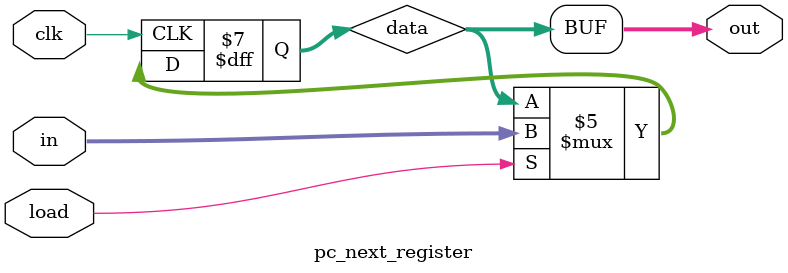
<source format=sv>
module pc_next_register #(parameter width = 32)
(
    input clk,
    input load,
    input [width-1:0] in,
    output logic [width-1:0] out
);

logic [width-1:0] data;

/*
* PC needs to start at 0x60
 */
initial
begin
    data = 32'h00000064;
end

always_ff @(posedge clk)
begin
    if (load)
    begin
        data = in;
    end
end

always_comb
begin
    out = data;
end

endmodule : pc_next_register

</source>
